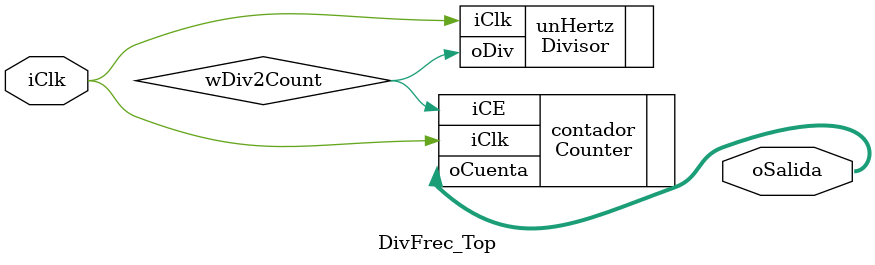
<source format=v>
module DivFrec_Top (
 input iClk,
 output [3:0] oSalida
 );
 
 wire wDiv2Count;
 
 Divisor unHertz(
	.iClk(iClk),
	.oDiv(wDiv2Count)
	);
	
 Counter contador(
	.iClk(iClk),
	.iCE(wDiv2Count),
	.oCuenta(oSalida)
	);
	endmodule
	
</source>
